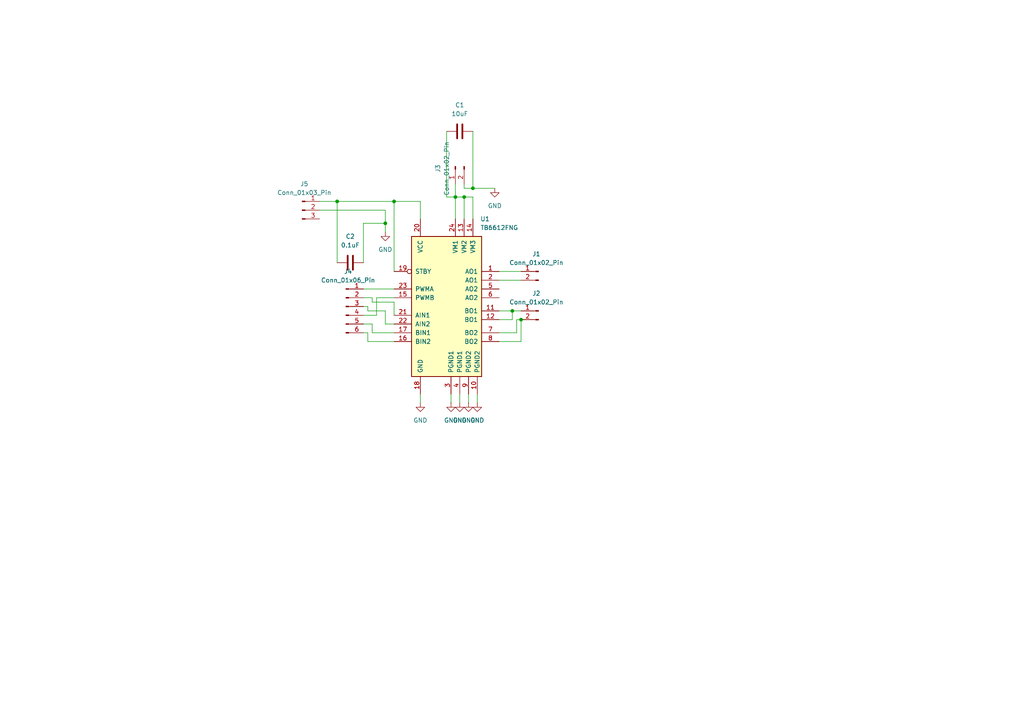
<source format=kicad_sch>
(kicad_sch (version 20250114) (generator "eeschema") (generator_version "9.0")
  (paper "A4")
  (lib_symbols
    (symbol "Connector:Conn_01x02_Pin" (pin_names (offset 1.016) (hide yes))
      (property "Reference" "J" (at 0 2.54 0))
      (property "Value" "Conn_01x02_Pin" (at 0 -5.08 0))
      (symbol "Conn_01x02_Pin_1_1"
        (rectangle (start 0.8636 0.127) (end 0 -0.127) (stroke (width 0.1524)) (fill (type outline)))
        (rectangle (start 0.8636 -2.413) (end 0 -2.667) (stroke (width 0.1524)) (fill (type outline)))
        (polyline (pts (xy 1.27 0) (xy 0.8636 0)) (stroke (width 0.1524)))
        (polyline (pts (xy 1.27 -2.54) (xy 0.8636 -2.54)) (stroke (width 0.1524)))
        (pin passive line (at 5.08 0 180) (length 3.81) (name "Pin_1") (number "1"))
        (pin passive line (at 5.08 -2.54 180) (length 3.81) (name "Pin_2") (number "2"))
      )
    )
    (symbol "Connector:Conn_01x03_Pin" (pin_names (offset 1.016) (hide yes))
      (property "Reference" "J" (at 0 5.08 0))
      (property "Value" "Conn_01x03_Pin" (at 0 -5.08 0))
      (symbol "Conn_01x03_Pin_1_1"
        (rectangle (start 0.8636 2.667) (end 0 2.413) (stroke (width 0.1524)) (fill (type outline)))
        (rectangle (start 0.8636 0.127) (end 0 -0.127) (stroke (width 0.1524)) (fill (type outline)))
        (rectangle (start 0.8636 -2.413) (end 0 -2.667) (stroke (width 0.1524)) (fill (type outline)))
        (polyline (pts (xy 1.27 2.54) (xy 0.8636 2.54)) (stroke (width 0.1524)))
        (polyline (pts (xy 1.27 0) (xy 0.8636 0)) (stroke (width 0.1524)))
        (polyline (pts (xy 1.27 -2.54) (xy 0.8636 -2.54)) (stroke (width 0.1524)))
        (pin passive line (at 5.08 2.54 180) (length 3.81) (name "Pin_1") (number "1"))
        (pin passive line (at 5.08 0 180) (length 3.81) (name "Pin_2") (number "2"))
        (pin passive line (at 5.08 -2.54 180) (length 3.81) (name "Pin_3") (number "3"))
      )
    )
    (symbol "Connector:Conn_01x06_Pin" (pin_names (offset 1.016) (hide yes))
      (property "Reference" "J" (at 0 7.62 0))
      (property "Value" "Conn_01x06_Pin" (at 0 -10.16 0))
      (symbol "Conn_01x06_Pin_1_1"
        (rectangle (start 0.8636 5.207) (end 0 4.953) (stroke (width 0.1524)) (fill (type outline)))
        (rectangle (start 0.8636 2.667) (end 0 2.413) (stroke (width 0.1524)) (fill (type outline)))
        (rectangle (start 0.8636 0.127) (end 0 -0.127) (stroke (width 0.1524)) (fill (type outline)))
        (rectangle (start 0.8636 -2.413) (end 0 -2.667) (stroke (width 0.1524)) (fill (type outline)))
        (rectangle (start 0.8636 -4.953) (end 0 -5.207) (stroke (width 0.1524)) (fill (type outline)))
        (rectangle (start 0.8636 -7.493) (end 0 -7.747) (stroke (width 0.1524)) (fill (type outline)))
        (polyline (pts (xy 1.27 5.08) (xy 0.8636 5.08)) (stroke (width 0.1524)))
        (polyline (pts (xy 1.27 2.54) (xy 0.8636 2.54)) (stroke (width 0.1524)))
        (polyline (pts (xy 1.27 0) (xy 0.8636 0)) (stroke (width 0.1524)))
        (polyline (pts (xy 1.27 -2.54) (xy 0.8636 -2.54)) (stroke (width 0.1524)))
        (polyline (pts (xy 1.27 -5.08) (xy 0.8636 -5.08)) (stroke (width 0.1524)))
        (polyline (pts (xy 1.27 -7.62) (xy 0.8636 -7.62)) (stroke (width 0.1524)))
        (pin passive line (at 5.08 5.08 180) (length 3.81) (name "Pin_1") (number "1"))
        (pin passive line (at 5.08 2.54 180) (length 3.81) (name "Pin_2") (number "2"))
        (pin passive line (at 5.08 0 180) (length 3.81) (name "Pin_3") (number "3"))
        (pin passive line (at 5.08 -2.54 180) (length 3.81) (name "Pin_4") (number "4"))
        (pin passive line (at 5.08 -5.08 180) (length 3.81) (name "Pin_5") (number "5"))
        (pin passive line (at 5.08 -7.62 180) (length 3.81) (name "Pin_6") (number "6"))
      )
    )
    (symbol "Device:C" (pin_numbers (hide yes)) (pin_names (offset 0.254))
      (property "Reference" "C" (at 0.635 2.54 0))
      (property "Value" "C" (at 0.635 -2.54 0))
      (symbol "C_0_1"
        (polyline (pts (xy -2.032 0.762) (xy 2.032 0.762)) (stroke (width 0.508)))
        (polyline (pts (xy -2.032 -0.762) (xy 2.032 -0.762)) (stroke (width 0.508)))
      )
      (symbol "C_1_1"
        (pin passive line (at 0 3.81 270) (length 2.794) (name "~") (number "1"))
        (pin passive line (at 0 -3.81 90) (length 2.794) (name "~") (number "2"))
      )
    )
    (symbol "Driver_Motor:TB6612FNG" (pin_names (offset 1.016))
      (property "Reference" "U" (at 11.43 17.78 0))
      (property "Value" "TB6612FNG" (at 11.43 15.24 0))
      (symbol "TB6612FNG_0_1"
        (rectangle (start -10.16 20.32) (end 10.16 -20.32) (stroke (width 0.254)) (fill (type background)))
      )
      (symbol "TB6612FNG_1_1"
        (pin input inverted (at -15.24 10.16 0) (length 5.08) (name "STBY") (number "19"))
        (pin input line (at -15.24 5.08 0) (length 5.08) (name "PWMA") (number "23"))
        (pin input line (at -15.24 2.54 0) (length 5.08) (name "PWMB") (number "15"))
        (pin input line (at -15.24 -2.54 0) (length 5.08) (name "AIN1") (number "21"))
        (pin input line (at -15.24 -5.08 0) (length 5.08) (name "AIN2") (number "22"))
        (pin input line (at -15.24 -7.62 0) (length 5.08) (name "BIN1") (number "17"))
        (pin input line (at -15.24 -10.16 0) (length 5.08) (name "BIN2") (number "16"))
        (pin power_in line (at -7.62 25.4 270) (length 5.08) (name "VCC") (number "20"))
        (pin power_in line (at -7.62 -25.4 90) (length 5.08) (name "GND") (number "18"))
        (pin power_in line (at 1.27 -25.4 90) (length 5.08) (name "PGND1") (number "3"))
        (pin passive line (at 1.27 -25.4 90) (length 5.08) (hide yes) (name "PGND1") (number "4"))
        (pin power_in line (at 2.54 25.4 270) (length 5.08) (name "VM1") (number "24"))
        (pin power_in line (at 3.81 -25.4 90) (length 5.08) (name "PGND1") (number "4"))
        (pin power_in line (at 5.08 25.4 270) (length 5.08) (name "VM2") (number "13"))
        (pin power_in line (at 6.35 -25.4 90) (length 5.08) (name "PGND2") (number "9"))
        (pin power_in line (at 7.62 25.4 270) (length 5.08) (name "VM3") (number "14"))
        (pin passive line (at 7.62 -25.4 90) (length 5.08) (hide yes) (name "PGND2") (number "10"))
        (pin power_in line (at 8.89 -25.4 90) (length 5.08) (name "PGND2") (number "10"))
        (pin output line (at 15.24 10.16 180) (length 5.08) (name "AO1") (number "1"))
        (pin passive line (at 15.24 10.16 180) (length 5.08) (hide yes) (name "AO1") (number "2"))
        (pin output line (at 15.24 7.62 180) (length 5.08) (name "AO1") (number "2"))
        (pin output line (at 15.24 5.08 180) (length 5.08) (name "AO2") (number "5"))
        (pin passive line (at 15.24 5.08 180) (length 5.08) (hide yes) (name "AO2") (number "6"))
        (pin output line (at 15.24 2.54 180) (length 5.08) (name "AO2") (number "6"))
        (pin output line (at 15.24 -1.27 180) (length 5.08) (name "BO1") (number "11"))
        (pin passive line (at 15.24 -1.27 180) (length 5.08) (hide yes) (name "BO1") (number "12"))
        (pin output line (at 15.24 -3.81 180) (length 5.08) (name "BO1") (number "12"))
        (pin output line (at 15.24 -7.62 180) (length 5.08) (name "BO2") (number "7"))
        (pin passive line (at 15.24 -7.62 180) (length 5.08) (hide yes) (name "BO2") (number "8"))
        (pin output line (at 15.24 -10.16 180) (length 5.08) (name "BO2") (number "8"))
      )
    )
    (symbol "power:GND" (power) (pin_numbers (hide yes)) (pin_names (offset 0) (hide yes))
      (property "Value" "GND" (at 0 -3.81 0))
      (symbol "GND_0_1"
        (polyline (pts (xy 0 0) (xy 0 -1.27) (xy 1.27 -1.27) (xy 0 -2.54) (xy -1.27 -1.27) (xy 0 -1.27)))
      )
      (symbol "GND_1_1"
        (pin power_in line (at 0 0 270) (length 0) (name "~") (number "1"))
      )
    )
  )
  (junction (at 137.16 54.61))
  (junction (at 148.59 90.17))
  (junction (at 132.08 57.15))
  (junction (at 151.13 92.71))
  (junction (at 97.79 58.42))
  (junction (at 111.76 64.77))
  (junction (at 134.62 57.15))
  (junction (at 114.3 58.42))
  (wire (pts (xy 107.95 86.36) (xy 105.41 86.36)))
  (wire (pts (xy 114.3 58.42) (xy 114.3 78.74)))
  (wire (pts (xy 97.79 58.42) (xy 114.3 58.42)))
  (wire (pts (xy 114.3 93.98) (xy 111.76 93.98)))
  (wire (pts (xy 114.3 58.42) (xy 121.92 58.42)))
  (wire (pts (xy 114.3 86.36) (xy 109.22 86.36)))
  (wire (pts (xy 105.41 76.2) (xy 105.41 64.77)))
  (wire (pts (xy 111.76 67.31) (xy 111.76 64.77)))
  (wire (pts (xy 134.62 57.15) (xy 132.08 57.15)))
  (wire (pts (xy 114.3 87.63) (xy 107.95 87.63)))
  (wire (pts (xy 144.78 81.28) (xy 151.13 81.28)))
  (wire (pts (xy 109.22 91.44) (xy 105.41 91.44)))
  (wire (pts (xy 111.76 93.98) (xy 111.76 90.17)))
  (wire (pts (xy 107.95 87.63) (xy 107.95 86.36)))
  (wire (pts (xy 149.86 92.71) (xy 151.13 92.71)))
  (wire (pts (xy 111.76 90.17) (xy 106.68 90.17)))
  (wire (pts (xy 130.81 114.3) (xy 130.81 116.84)))
  (wire (pts (xy 92.71 58.42) (xy 97.79 58.42)))
  (wire (pts (xy 111.76 64.77) (xy 111.76 60.96)))
  (wire (pts (xy 129.54 38.1) (xy 129.54 57.15)))
  (wire (pts (xy 97.79 58.42) (xy 97.79 76.2)))
  (wire (pts (xy 106.68 96.52) (xy 105.41 96.52)))
  (wire (pts (xy 133.35 114.3) (xy 133.35 116.84)))
  (wire (pts (xy 144.78 96.52) (xy 149.86 96.52)))
  (wire (pts (xy 106.68 88.9) (xy 105.41 88.9)))
  (wire (pts (xy 137.16 57.15) (xy 134.62 57.15)))
  (wire (pts (xy 148.59 92.71) (xy 148.59 90.17)))
  (wire (pts (xy 137.16 38.1) (xy 137.16 54.61)))
  (wire (pts (xy 134.62 54.61) (xy 137.16 54.61)))
  (wire (pts (xy 129.54 57.15) (xy 132.08 57.15)))
  (wire (pts (xy 134.62 63.5) (xy 134.62 57.15)))
  (wire (pts (xy 144.78 99.06) (xy 151.13 99.06)))
  (wire (pts (xy 107.95 93.98) (xy 105.41 93.98)))
  (wire (pts (xy 114.3 96.52) (xy 107.95 96.52)))
  (wire (pts (xy 111.76 60.96) (xy 92.71 60.96)))
  (wire (pts (xy 105.41 83.82) (xy 114.3 83.82)))
  (wire (pts (xy 121.92 58.42) (xy 121.92 63.5)))
  (wire (pts (xy 114.3 99.06) (xy 106.68 99.06)))
  (wire (pts (xy 151.13 99.06) (xy 151.13 92.71)))
  (wire (pts (xy 144.78 78.74) (xy 151.13 78.74)))
  (wire (pts (xy 135.89 114.3) (xy 135.89 116.84)))
  (wire (pts (xy 134.62 54.61) (xy 134.62 53.34)))
  (wire (pts (xy 106.68 90.17) (xy 106.68 88.9)))
  (wire (pts (xy 121.92 114.3) (xy 121.92 116.84)))
  (wire (pts (xy 114.3 91.44) (xy 114.3 87.63)))
  (wire (pts (xy 106.68 99.06) (xy 106.68 96.52)))
  (wire (pts (xy 144.78 92.71) (xy 148.59 92.71)))
  (wire (pts (xy 132.08 57.15) (xy 132.08 63.5)))
  (wire (pts (xy 149.86 96.52) (xy 149.86 92.71)))
  (wire (pts (xy 144.78 90.17) (xy 148.59 90.17)))
  (wire (pts (xy 109.22 86.36) (xy 109.22 91.44)))
  (wire (pts (xy 137.16 54.61) (xy 143.51 54.61)))
  (wire (pts (xy 138.43 114.3) (xy 138.43 116.84)))
  (wire (pts (xy 107.95 96.52) (xy 107.95 93.98)))
  (wire (pts (xy 148.59 90.17) (xy 151.13 90.17)))
  (wire (pts (xy 137.16 63.5) (xy 137.16 57.15)))
  (wire (pts (xy 132.08 53.34) (xy 132.08 57.15)))
  (wire (pts (xy 105.41 64.77) (xy 111.76 64.77)))
  (symbol (lib_id "power:GND") (at 111.76 67.31 0) (unit 1)
    (property "Reference" "#PWR06" (effects (hide yes)))
    (property "Value" "GND" (at 111.76 72.39 0))
    (property "Description" "Power symbol creates a global label with name \"GND\" , ground" (effects (hide yes)))
  )
  (symbol (lib_id "Connector:Conn_01x02_Pin") (at 132.08 48.26 90) (mirror x) (unit 1)
    (property "Reference" "J3" (at 127 48.895 0))
    (property "Value" "Conn_01x02_Pin" (at 129.54 48.895 0))
    (property "Footprint" "TerminalBlock_Phoenix:TerminalBlock_Phoenix_MKDS-1,5-2-5.08_1x02_P5.08mm_Horizontal" (effects (hide yes)))
    (property "Description" "Generic connector, single row, 01x02, script generated" (effects (hide yes)))
  )
  (symbol (lib_id "Connector:Conn_01x02_Pin") (at 156.21 78.74 0) (mirror y) (unit 1)
    (property "Reference" "J1" (at 155.575 73.66 0))
    (property "Value" "Conn_01x02_Pin" (at 155.575 76.2 0))
    (property "Footprint" "TerminalBlock_Phoenix:TerminalBlock_Phoenix_MKDS-1,5-2-5.08_1x02_P5.08mm_Horizontal" (effects (hide yes)))
    (property "Description" "Generic connector, single row, 01x02, script generated" (effects (hide yes)))
  )
  (symbol (lib_id "Driver_Motor:TB6612FNG") (at 129.54 88.9 0) (unit 1)
    (property "Reference" "U1" (at 139.3033 63.5 0) (effects (justify left)))
    (property "Value" "TB6612FNG" (at 139.3033 66.04 0) (effects (justify left)))
    (property "Footprint" "Package_SO:SSOP-24_5.3x8.2mm_P0.65mm" (effects (hide yes)))
    (property "Datasheet" "https://toshiba.semicon-storage.com/us/product/linear/motordriver/detail.TB6612FNG.html" (effects (hide yes)))
    (property "Description" "Driver IC for Dual DC motor, SSOP-24" (effects (hide yes)))
  )
  (symbol (lib_id "Connector:Conn_01x03_Pin") (at 87.63 60.96 0) (unit 1)
    (property "Reference" "J5" (at 88.265 53.34 0))
    (property "Value" "Conn_01x03_Pin" (at 88.265 55.88 0))
    (property "Footprint" "Connector_PinHeader_2.54mm:PinHeader_1x03_P2.54mm_Vertical" (effects (hide yes)))
    (property "Description" "Generic connector, single row, 01x03, script generated" (effects (hide yes)))
  )
  (symbol (lib_id "power:GND") (at 130.81 116.84 0) (unit 1)
    (property "Reference" "#PWR02" (effects (hide yes)))
    (property "Value" "GND" (at 130.81 121.92 0))
    (property "Description" "Power symbol creates a global label with name \"GND\" , ground" (effects (hide yes)))
  )
  (symbol (lib_id "power:GND") (at 135.89 116.84 0) (unit 1)
    (property "Reference" "#PWR04" (effects (hide yes)))
    (property "Value" "GND" (at 135.89 121.92 0))
    (property "Description" "Power symbol creates a global label with name \"GND\" , ground" (effects (hide yes)))
  )
  (symbol (lib_id "Connector:Conn_01x02_Pin") (at 156.21 90.17 0) (mirror y) (unit 1)
    (property "Reference" "J2" (at 155.575 85.09 0))
    (property "Value" "Conn_01x02_Pin" (at 155.575 87.63 0))
    (property "Footprint" "TerminalBlock_Phoenix:TerminalBlock_Phoenix_MKDS-1,5-2-5.08_1x02_P5.08mm_Horizontal" (effects (hide yes)))
    (property "Description" "Generic connector, single row, 01x02, script generated" (effects (hide yes)))
  )
  (symbol (lib_id "Device:C") (at 133.35 38.1 90) (unit 1)
    (property "Reference" "C1" (at 133.35 30.48 90))
    (property "Value" "10uF" (at 133.35 33.02 90))
    (property "Footprint" "Capacitor_THT:C_Radial_D6.3mm_H7.0mm_P2.50mm" (effects (hide yes)))
    (property "Description" "Unpolarized capacitor" (effects (hide yes)))
  )
  (symbol (lib_id "power:GND") (at 143.51 54.61 0) (unit 1)
    (property "Reference" "#PWR07" (effects (hide yes)))
    (property "Value" "GND" (at 143.51 59.69 0))
    (property "Description" "Power symbol creates a global label with name \"GND\" , ground" (effects (hide yes)))
  )
  (symbol (lib_id "Device:C") (at 101.6 76.2 90) (unit 1)
    (property "Reference" "C2" (at 101.6 68.58 90))
    (property "Value" "0.1uF" (at 101.6 71.12 90))
    (property "Footprint" "Capacitor_THT:C_Disc_D3.0mm_W1.6mm_P2.50mm" (effects (hide yes)))
    (property "Description" "Unpolarized capacitor" (effects (hide yes)))
  )
  (symbol (lib_id "power:GND") (at 121.92 116.84 0) (unit 1)
    (property "Reference" "#PWR01" (effects (hide yes)))
    (property "Value" "GND" (at 121.92 121.92 0))
    (property "Description" "Power symbol creates a global label with name \"GND\" , ground" (effects (hide yes)))
  )
  (symbol (lib_id "power:GND") (at 133.35 116.84 0) (unit 1)
    (property "Reference" "#PWR03" (effects (hide yes)))
    (property "Value" "GND" (at 133.35 121.92 0))
    (property "Description" "Power symbol creates a global label with name \"GND\" , ground" (effects (hide yes)))
  )
  (symbol (lib_id "Connector:Conn_01x06_Pin") (at 100.33 88.9 0) (unit 1)
    (property "Reference" "J4" (at 100.965 78.74 0))
    (property "Value" "Conn_01x06_Pin" (at 100.965 81.28 0))
    (property "Footprint" "Connector_PinHeader_2.54mm:PinHeader_1x06_P2.54mm_Vertical" (effects (hide yes)))
    (property "Description" "Generic connector, single row, 01x06, script generated" (effects (hide yes)))
  )
  (symbol (lib_id "power:GND") (at 138.43 116.84 0) (unit 1)
    (property "Reference" "#PWR05" (effects (hide yes)))
    (property "Value" "GND" (at 138.43 121.92 0))
    (property "Description" "Power symbol creates a global label with name \"GND\" , ground" (effects (hide yes)))
  )
)
</source>
